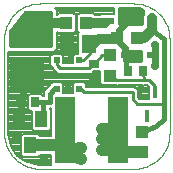
<source format=gtl>
G75*
G70*
%OFA0B0*%
%FSLAX24Y24*%
%IPPOS*%
%LPD*%
%AMOC8*
5,1,8,0,0,1.08239X$1,22.5*
%
%ADD10C,0.0000*%
%ADD11R,0.0394X0.0433*%
%ADD12R,0.0512X0.0591*%
%ADD13R,0.0433X0.0394*%
%ADD14R,0.0394X0.0236*%
%ADD15R,0.0669X0.2244*%
%ADD16R,0.0394X0.0551*%
%ADD17R,0.0197X0.0197*%
%ADD18R,0.0787X0.0787*%
%ADD19R,0.1181X0.1181*%
%ADD20R,0.0276X0.0354*%
%ADD21R,0.0354X0.0276*%
%ADD22R,0.0177X0.0433*%
%ADD23C,0.0100*%
%ADD24C,0.0240*%
%ADD25C,0.0160*%
%ADD26C,0.0320*%
%ADD27C,0.0277*%
%ADD28C,0.0400*%
%ADD29C,0.0079*%
D10*
X001331Y000210D02*
X004481Y000210D01*
X004547Y000212D01*
X004613Y000217D01*
X004679Y000227D01*
X004744Y000240D01*
X004808Y000256D01*
X004871Y000276D01*
X004933Y000300D01*
X004993Y000327D01*
X005052Y000357D01*
X005109Y000391D01*
X005164Y000428D01*
X005217Y000468D01*
X005268Y000510D01*
X005316Y000556D01*
X005362Y000604D01*
X005404Y000655D01*
X005444Y000708D01*
X005481Y000763D01*
X005515Y000820D01*
X005545Y000879D01*
X005572Y000939D01*
X005596Y001001D01*
X005616Y001064D01*
X005632Y001128D01*
X005645Y001193D01*
X005655Y001259D01*
X005660Y001325D01*
X005662Y001391D01*
X005662Y004540D01*
X005660Y004606D01*
X005655Y004672D01*
X005645Y004738D01*
X005632Y004803D01*
X005616Y004867D01*
X005596Y004930D01*
X005572Y004992D01*
X005545Y005052D01*
X005515Y005111D01*
X005481Y005168D01*
X005444Y005223D01*
X005404Y005276D01*
X005362Y005327D01*
X005316Y005375D01*
X005268Y005421D01*
X005217Y005463D01*
X005164Y005503D01*
X005109Y005540D01*
X005052Y005574D01*
X004993Y005604D01*
X004933Y005631D01*
X004871Y005655D01*
X004808Y005675D01*
X004744Y005691D01*
X004679Y005704D01*
X004613Y005714D01*
X004547Y005719D01*
X004481Y005721D01*
X004481Y005722D02*
X001331Y005722D01*
X001331Y005721D02*
X001265Y005719D01*
X001199Y005714D01*
X001133Y005704D01*
X001068Y005691D01*
X001004Y005675D01*
X000941Y005655D01*
X000879Y005631D01*
X000819Y005604D01*
X000760Y005574D01*
X000703Y005540D01*
X000648Y005503D01*
X000595Y005463D01*
X000544Y005421D01*
X000496Y005375D01*
X000450Y005327D01*
X000408Y005276D01*
X000368Y005223D01*
X000331Y005168D01*
X000297Y005111D01*
X000267Y005052D01*
X000240Y004992D01*
X000216Y004930D01*
X000196Y004867D01*
X000180Y004803D01*
X000167Y004738D01*
X000157Y004672D01*
X000152Y004606D01*
X000150Y004540D01*
X000150Y001391D01*
X000152Y001325D01*
X000157Y001259D01*
X000167Y001193D01*
X000180Y001128D01*
X000196Y001064D01*
X000216Y001001D01*
X000240Y000939D01*
X000267Y000879D01*
X000297Y000820D01*
X000331Y000763D01*
X000368Y000708D01*
X000408Y000655D01*
X000450Y000604D01*
X000496Y000556D01*
X000544Y000510D01*
X000595Y000468D01*
X000648Y000428D01*
X000703Y000391D01*
X000760Y000357D01*
X000819Y000327D01*
X000879Y000300D01*
X000941Y000276D01*
X001004Y000256D01*
X001068Y000240D01*
X001133Y000227D01*
X001199Y000217D01*
X001265Y000212D01*
X001331Y000210D01*
D11*
X003922Y004568D03*
X004591Y004568D03*
X002886Y005060D03*
X002217Y005060D03*
D12*
X002233Y004365D03*
X002981Y004365D03*
D13*
X003693Y003989D03*
X003693Y003320D03*
X004729Y001426D03*
X004729Y000757D03*
D14*
X005107Y004003D03*
X004241Y004003D03*
X004473Y005127D03*
X003607Y005127D03*
D15*
X003935Y001513D03*
X002164Y001513D03*
D16*
X001394Y001857D03*
X000646Y001857D03*
X001020Y000991D03*
D17*
X001910Y002887D03*
X002284Y002887D03*
X002658Y002887D03*
X002658Y003832D03*
X002284Y003832D03*
X001910Y003832D03*
D18*
X001187Y004718D03*
D19*
X000902Y003340D03*
D20*
X000681Y002424D03*
X001193Y002424D03*
X004274Y003458D03*
X004786Y003458D03*
D21*
X003152Y003714D03*
X003152Y003202D03*
D22*
X004668Y002788D03*
X005180Y002788D03*
X004924Y001962D03*
D23*
X004579Y002375D02*
X005465Y002375D01*
X005180Y002788D02*
X005170Y002798D01*
X005170Y002966D01*
X004973Y003162D01*
X004825Y003162D01*
X004786Y003399D01*
X004786Y003458D01*
X004825Y003162D02*
X003890Y003162D01*
X003733Y003359D01*
X003693Y003320D01*
X004136Y003802D02*
X004136Y004147D01*
X004727Y004147D01*
X004727Y003802D01*
X004136Y003802D01*
X004136Y003854D02*
X004727Y003854D01*
X004727Y003953D02*
X004136Y003953D01*
X004136Y004051D02*
X004727Y004051D01*
X004241Y004003D02*
X004235Y003997D01*
X004241Y004003D02*
X004185Y004058D01*
X003961Y004470D02*
X003961Y004568D01*
X003922Y004568D01*
X003989Y005033D02*
X004761Y005033D01*
X004761Y005291D01*
X004776Y005327D01*
X004776Y005515D01*
X004642Y005559D01*
X004481Y005572D01*
X003989Y005572D01*
X003989Y005033D01*
X003989Y005036D02*
X004761Y005036D01*
X004761Y005135D02*
X003989Y005135D01*
X003989Y005233D02*
X004761Y005233D01*
X004776Y005332D02*
X003989Y005332D01*
X003989Y005430D02*
X004776Y005430D01*
X004735Y005529D02*
X003989Y005529D01*
X004469Y005131D02*
X004473Y005127D01*
X003693Y003989D02*
X003428Y003989D01*
X003152Y003714D01*
X002994Y003556D01*
X002020Y003556D01*
X001910Y003666D01*
X001910Y003832D01*
X001725Y004294D02*
X000347Y004294D01*
X000347Y004807D01*
X000362Y004854D01*
X000839Y005426D01*
X001725Y005426D01*
X001725Y004294D01*
X001725Y004347D02*
X000347Y004347D01*
X000347Y004445D02*
X001725Y004445D01*
X001725Y004544D02*
X000347Y004544D01*
X000347Y004642D02*
X001725Y004642D01*
X001725Y004741D02*
X000347Y004741D01*
X000357Y004839D02*
X001725Y004839D01*
X001725Y004938D02*
X000432Y004938D01*
X000514Y005036D02*
X001725Y005036D01*
X001725Y005135D02*
X000596Y005135D01*
X000678Y005233D02*
X001725Y005233D01*
X001725Y005332D02*
X000760Y005332D01*
X002658Y003832D02*
X002788Y003832D01*
X003004Y004048D01*
X003004Y004342D01*
X002981Y004365D01*
X002658Y002887D02*
X002711Y002865D01*
X002807Y002769D01*
X004091Y002769D01*
X004187Y002767D01*
X004430Y002767D01*
X004431Y002769D01*
X004431Y002523D01*
X004579Y002375D01*
D24*
X005170Y003655D02*
X005170Y003940D01*
X005107Y004003D01*
X005170Y004066D01*
X005170Y004344D01*
X004473Y005127D02*
X004280Y005127D01*
X003989Y004836D01*
X003989Y004635D01*
X003922Y004568D01*
X003961Y004470D02*
X004185Y004245D01*
X004185Y004058D01*
X003520Y005060D02*
X003607Y005127D01*
X001481Y005060D02*
X001187Y004718D01*
X000843Y003182D02*
X000646Y001857D01*
D25*
X001193Y002424D02*
X001430Y002424D01*
X001676Y002424D01*
X001676Y002720D01*
X001823Y002867D01*
X001890Y002867D01*
X001910Y002887D01*
X001430Y002424D02*
X001430Y001893D01*
X001394Y001857D01*
X002284Y003832D02*
X002481Y004177D01*
X002233Y004365D01*
X004235Y003997D02*
X004235Y003802D01*
X004225Y003714D01*
X004274Y003458D01*
X005071Y004836D02*
X005465Y004540D01*
X005465Y002375D01*
X005465Y001883D01*
X005205Y001623D01*
X004729Y001426D01*
D26*
X003124Y004365D02*
X002981Y004365D01*
X003124Y004365D02*
X003300Y004540D01*
X003894Y004540D01*
X003922Y004568D01*
X003520Y005060D02*
X002886Y005060D01*
X002217Y005060D02*
X001481Y005060D01*
X004591Y004568D02*
X004804Y004568D01*
X005071Y004836D01*
X005071Y005229D01*
D27*
X005071Y005229D03*
X005071Y004836D03*
X005170Y004344D03*
X005170Y003655D03*
X003398Y001538D03*
X003398Y001194D03*
X003398Y000849D03*
X002709Y000899D03*
X002709Y000554D03*
X001479Y000505D03*
X000544Y001292D03*
D28*
X001020Y000991D02*
X002119Y000991D01*
X002506Y000603D01*
X002709Y000554D01*
X002506Y000603D01*
X002286Y000849D02*
X002144Y000991D01*
X002144Y001493D01*
X002164Y001513D01*
X002144Y000991D02*
X002119Y000991D01*
X002286Y000849D02*
X002709Y000899D01*
X003398Y000849D02*
X003939Y000849D01*
X004032Y000757D01*
X004729Y000757D01*
X003935Y001513D02*
X003890Y001468D01*
X003890Y001292D01*
X003792Y001194D01*
X003398Y001194D01*
X003398Y001538D02*
X003841Y001538D01*
X003890Y001588D01*
X003989Y001588D01*
D29*
X000594Y000654D02*
X000403Y000918D01*
X000302Y001228D01*
X000289Y001391D01*
X000289Y004105D01*
X001803Y004105D01*
X001914Y004216D01*
X001914Y004782D01*
X001915Y004782D01*
X001971Y004725D01*
X002463Y004725D01*
X002532Y004795D01*
X002532Y005326D01*
X002463Y005395D01*
X001971Y005395D01*
X001915Y005338D01*
X001914Y005338D01*
X001914Y005505D01*
X001837Y005582D01*
X003799Y005582D01*
X003799Y005363D01*
X003637Y005363D01*
X003539Y005376D01*
X003523Y005363D01*
X003361Y005363D01*
X003336Y005338D01*
X003189Y005338D01*
X003132Y005395D01*
X002640Y005395D01*
X002571Y005326D01*
X002571Y004795D01*
X002632Y004734D01*
X002607Y004709D01*
X002607Y004048D01*
X002511Y004048D01*
X002441Y003979D01*
X002441Y003724D01*
X002126Y003724D01*
X002126Y003979D01*
X002057Y004048D01*
X001762Y004048D01*
X001693Y003979D01*
X001693Y003684D01*
X001742Y003636D01*
X001742Y003597D01*
X001852Y003487D01*
X001950Y003388D01*
X003064Y003388D01*
X003134Y003458D01*
X003359Y003458D01*
X003359Y003074D01*
X003428Y003005D01*
X003801Y003005D01*
X003802Y003003D01*
X003813Y003002D01*
X003821Y002994D01*
X003881Y002994D01*
X003941Y002988D01*
X003949Y002994D01*
X004771Y002994D01*
X004784Y002985D01*
X004839Y002994D01*
X004903Y002994D01*
X004973Y002925D01*
X004973Y002543D01*
X004649Y002543D01*
X004600Y002592D01*
X004600Y002838D01*
X004501Y002937D01*
X004362Y002937D01*
X004360Y002935D01*
X004189Y002935D01*
X004162Y002935D01*
X004161Y002937D01*
X004093Y002937D01*
X004025Y002938D01*
X004023Y002937D01*
X002877Y002937D01*
X002874Y002940D01*
X002874Y003034D01*
X002805Y003103D01*
X002511Y003103D01*
X002441Y003034D01*
X002441Y002753D01*
X002126Y002753D01*
X002126Y003034D01*
X002057Y003103D01*
X001762Y003103D01*
X001693Y003034D01*
X001693Y003017D01*
X001594Y002918D01*
X001477Y002802D01*
X001477Y002622D01*
X001449Y002622D01*
X001449Y002650D01*
X001380Y002720D01*
X001007Y002720D01*
X000937Y002650D01*
X000937Y002198D01*
X001007Y002129D01*
X001079Y002129D01*
X001079Y001533D01*
X001148Y001464D01*
X001640Y001464D01*
X001709Y001533D01*
X001709Y002182D01*
X001665Y002226D01*
X001711Y002226D01*
X001711Y001309D01*
X001335Y001309D01*
X001335Y001316D01*
X001266Y001385D01*
X000774Y001385D01*
X000705Y001316D01*
X000705Y001062D01*
X000702Y001054D01*
X000702Y000928D01*
X000705Y000920D01*
X000705Y000667D01*
X000774Y000598D01*
X001266Y000598D01*
X001335Y000667D01*
X001335Y000673D01*
X001711Y000673D01*
X001711Y000349D01*
X001331Y000349D01*
X001168Y000362D01*
X000858Y000463D01*
X000594Y000654D01*
X000581Y000673D02*
X000705Y000673D01*
X000705Y000750D02*
X000525Y000750D01*
X000468Y000828D02*
X000705Y000828D01*
X000705Y000905D02*
X000412Y000905D01*
X000382Y000982D02*
X000702Y000982D01*
X000704Y001059D02*
X000357Y001059D01*
X000332Y001137D02*
X000705Y001137D01*
X000705Y001214D02*
X000307Y001214D01*
X000297Y001291D02*
X000705Y001291D01*
X000758Y001368D02*
X000291Y001368D01*
X000289Y001446D02*
X001711Y001446D01*
X001699Y001523D02*
X001711Y001523D01*
X001709Y001600D02*
X001711Y001600D01*
X001709Y001677D02*
X001711Y001677D01*
X001709Y001755D02*
X001711Y001755D01*
X001709Y001832D02*
X001711Y001832D01*
X001709Y001909D02*
X001711Y001909D01*
X001709Y001986D02*
X001711Y001986D01*
X001709Y002063D02*
X001711Y002063D01*
X001709Y002141D02*
X001711Y002141D01*
X001711Y002218D02*
X001673Y002218D01*
X001477Y002681D02*
X001418Y002681D01*
X001477Y002759D02*
X000289Y002759D01*
X000289Y002836D02*
X001512Y002836D01*
X001589Y002913D02*
X000289Y002913D01*
X000289Y002990D02*
X001666Y002990D01*
X001727Y003068D02*
X000289Y003068D01*
X000289Y003145D02*
X003359Y003145D01*
X003359Y003222D02*
X000289Y003222D01*
X000289Y003299D02*
X003359Y003299D01*
X003359Y003377D02*
X000289Y003377D01*
X000289Y003454D02*
X001885Y003454D01*
X001807Y003531D02*
X000289Y003531D01*
X000289Y003608D02*
X001742Y003608D01*
X001693Y003686D02*
X000289Y003686D01*
X000289Y003763D02*
X001693Y003763D01*
X001693Y003840D02*
X000289Y003840D01*
X000289Y003917D02*
X001693Y003917D01*
X001709Y003995D02*
X000289Y003995D01*
X000289Y004072D02*
X002607Y004072D01*
X002607Y004149D02*
X001847Y004149D01*
X001914Y004226D02*
X002607Y004226D01*
X002607Y004303D02*
X001914Y004303D01*
X001914Y004381D02*
X002607Y004381D01*
X002607Y004458D02*
X001914Y004458D01*
X001914Y004535D02*
X002607Y004535D01*
X002607Y004612D02*
X001914Y004612D01*
X001914Y004690D02*
X002607Y004690D01*
X002599Y004767D02*
X002504Y004767D01*
X002532Y004844D02*
X002571Y004844D01*
X002571Y004921D02*
X002532Y004921D01*
X002532Y004999D02*
X002571Y004999D01*
X002571Y005076D02*
X002532Y005076D01*
X002532Y005153D02*
X002571Y005153D01*
X002571Y005230D02*
X002532Y005230D01*
X002532Y005308D02*
X002571Y005308D01*
X002631Y005385D02*
X002473Y005385D01*
X001961Y005385D02*
X001914Y005385D01*
X001914Y005462D02*
X003799Y005462D01*
X003799Y005385D02*
X003142Y005385D01*
X003799Y005539D02*
X001880Y005539D01*
X001914Y004767D02*
X001930Y004767D01*
X002111Y003995D02*
X002457Y003995D01*
X002441Y003917D02*
X002126Y003917D01*
X002126Y003840D02*
X002441Y003840D01*
X002441Y003763D02*
X002126Y003763D01*
X002093Y003068D02*
X002475Y003068D01*
X002441Y002990D02*
X002126Y002990D01*
X002126Y002913D02*
X002441Y002913D01*
X002441Y002836D02*
X002126Y002836D01*
X002126Y002759D02*
X002441Y002759D01*
X002874Y002990D02*
X003917Y002990D01*
X003944Y002990D02*
X004777Y002990D01*
X004815Y002990D02*
X004907Y002990D01*
X004973Y002913D02*
X004525Y002913D01*
X004600Y002836D02*
X004973Y002836D01*
X004973Y002759D02*
X004600Y002759D01*
X004600Y002681D02*
X004973Y002681D01*
X004973Y002604D02*
X004600Y002604D01*
X003365Y003068D02*
X002841Y003068D01*
X003130Y003454D02*
X003359Y003454D01*
X001711Y001368D02*
X001282Y001368D01*
X001089Y001523D02*
X000289Y001523D01*
X000289Y001600D02*
X001079Y001600D01*
X001079Y001677D02*
X000289Y001677D01*
X000289Y001755D02*
X001079Y001755D01*
X001079Y001832D02*
X000289Y001832D01*
X000289Y001909D02*
X001079Y001909D01*
X001079Y001986D02*
X000289Y001986D01*
X000289Y002063D02*
X001079Y002063D01*
X000995Y002141D02*
X000289Y002141D01*
X000289Y002218D02*
X000937Y002218D01*
X000937Y002295D02*
X000289Y002295D01*
X000289Y002372D02*
X000937Y002372D01*
X000937Y002450D02*
X000289Y002450D01*
X000289Y002527D02*
X000937Y002527D01*
X000937Y002604D02*
X000289Y002604D01*
X000289Y002681D02*
X000968Y002681D01*
X000675Y000596D02*
X001711Y000596D01*
X001711Y000519D02*
X000781Y000519D01*
X000923Y000441D02*
X001711Y000441D01*
X001711Y000364D02*
X001161Y000364D01*
M02*

</source>
